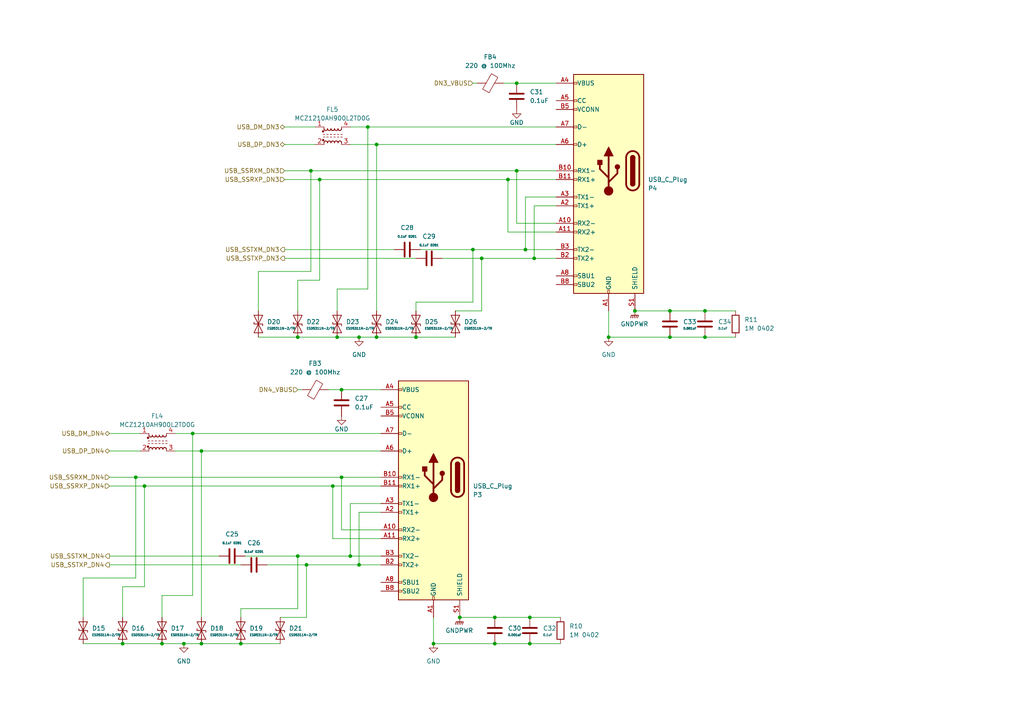
<source format=kicad_sch>
(kicad_sch (version 20250114) (generator "eeschema") (generator_version "9.0")
  (paper "A4")
  (lib_symbols
    (symbol "Connector:USB_C_Plug" (pin_names (offset 1.016))
      (property "Reference" "P" (at -10.16 29.21 0))
      (property "Value" "USB_C_Plug" (at 10.16 29.21 0))
      (symbol "USB_C_Plug_0_0"
        (rectangle (start -0.254 -35.56) (end 0.254 -34.544))
        (rectangle (start 10.16 25.654) (end 9.144 25.146))
        (rectangle (start 10.16 20.574) (end 9.144 20.066))
        (rectangle (start 10.16 18.034) (end 9.144 17.526))
        (rectangle (start 10.16 12.954) (end 9.144 12.446))
        (rectangle (start 10.16 7.874) (end 9.144 7.366))
        (rectangle (start 10.16 0.254) (end 9.144 -0.254))
        (rectangle (start 10.16 -2.286) (end 9.144 -2.794))
        (rectangle (start 10.16 -7.366) (end 9.144 -7.874))
        (rectangle (start 10.16 -9.906) (end 9.144 -10.414))
        (rectangle (start 10.16 -14.986) (end 9.144 -15.494))
        (rectangle (start 10.16 -17.526) (end 9.144 -18.034))
        (rectangle (start 10.16 -22.606) (end 9.144 -23.114))
        (rectangle (start 10.16 -25.146) (end 9.144 -25.654))
        (rectangle (start 10.16 -30.226) (end 9.144 -30.734))
        (rectangle (start 10.16 -32.766) (end 9.144 -33.274))
      )
      (symbol "USB_C_Plug_0_1"
        (rectangle (start -10.16 27.94) (end 10.16 -35.56) (stroke (width 0.254)) (fill (type background)))
        (polyline (pts (xy -8.89 -3.81) (xy -8.89 3.81)) (stroke (width 0.508)))
        (rectangle (start -7.62 -3.81) (end -6.35 3.81) (stroke (width 0.254)) (fill (type outline)))
        (arc (start -7.62 3.81) (mid -6.985 4.4423) (end -6.35 3.81) (stroke (width 0.254)))
        (arc (start -7.62 3.81) (mid -6.985 4.4423) (end -6.35 3.81) (stroke (width 0.254)) (fill (type outline)))
        (arc (start -8.89 3.81) (mid -6.985 5.7067) (end -5.08 3.81) (stroke (width 0.508)))
        (arc (start -5.08 -3.81) (mid -6.985 -5.7067) (end -8.89 -3.81) (stroke (width 0.508)))
        (arc (start -6.35 -3.81) (mid -6.985 -4.4423) (end -7.62 -3.81) (stroke (width 0.254)))
        (arc (start -6.35 -3.81) (mid -6.985 -4.4423) (end -7.62 -3.81) (stroke (width 0.254)) (fill (type outline)))
        (polyline (pts (xy -5.08 3.81) (xy -5.08 -3.81)) (stroke (width 0.508)))
      )
      (symbol "USB_C_Plug_1_1"
        (circle (center -2.54 1.143) (radius 0.635) (stroke (width 0.254)) (fill (type outline)))
        (polyline (pts (xy -1.27 4.318) (xy 0 6.858) (xy 1.27 4.318) (xy -1.27 4.318)) (stroke (width 0.254)) (fill (type outline)))
        (polyline (pts (xy 0 -2.032) (xy 2.54 0.508) (xy 2.54 1.778)) (stroke (width 0.508)))
        (polyline (pts (xy 0 -3.302) (xy -2.54 -0.762) (xy -2.54 0.508)) (stroke (width 0.508)))
        (polyline (pts (xy 0 -5.842) (xy 0 4.318)) (stroke (width 0.508)))
        (circle (center 0 -5.842) (radius 1.27) (fill (type outline)))
        (rectangle (start 1.905 1.778) (end 3.175 3.048) (stroke (width 0.254)) (fill (type outline)))
        (pin passive line (at -7.62 -40.64 90) (length 5.08) (name "SHIELD") (number "S1"))
        (pin passive line (at 0 -40.64 90) (length 5.08) (name "GND") (number "A1"))
        (pin passive line (at 0 -40.64 90) (length 5.08) (hide yes) (name "GND") (number "A12"))
        (pin passive line (at 0 -40.64 90) (length 5.08) (hide yes) (name "GND") (number "B1"))
        (pin passive line (at 0 -40.64 90) (length 5.08) (hide yes) (name "GND") (number "B12"))
        (pin passive line (at 15.24 25.4 180) (length 5.08) (name "VBUS") (number "A4"))
        (pin passive line (at 15.24 25.4 180) (length 5.08) (hide yes) (name "VBUS") (number "A9"))
        (pin passive line (at 15.24 25.4 180) (length 5.08) (hide yes) (name "VBUS") (number "B4"))
        (pin passive line (at 15.24 25.4 180) (length 5.08) (hide yes) (name "VBUS") (number "B9"))
        (pin bidirectional line (at 15.24 20.32 180) (length 5.08) (name "CC") (number "A5"))
        (pin bidirectional line (at 15.24 17.78 180) (length 5.08) (name "VCONN") (number "B5"))
        (pin bidirectional line (at 15.24 12.7 180) (length 5.08) (name "D-") (number "A7"))
        (pin bidirectional line (at 15.24 7.62 180) (length 5.08) (name "D+") (number "A6"))
        (pin bidirectional line (at 15.24 0 180) (length 5.08) (name "RX1-") (number "B10"))
        (pin bidirectional line (at 15.24 -2.54 180) (length 5.08) (name "RX1+") (number "B11"))
        (pin bidirectional line (at 15.24 -7.62 180) (length 5.08) (name "TX1-") (number "A3"))
        (pin bidirectional line (at 15.24 -10.16 180) (length 5.08) (name "TX1+") (number "A2"))
        (pin bidirectional line (at 15.24 -15.24 180) (length 5.08) (name "RX2-") (number "A10"))
        (pin bidirectional line (at 15.24 -17.78 180) (length 5.08) (name "RX2+") (number "A11"))
        (pin bidirectional line (at 15.24 -22.86 180) (length 5.08) (name "TX2-") (number "B3"))
        (pin bidirectional line (at 15.24 -25.4 180) (length 5.08) (name "TX2+") (number "B2"))
        (pin bidirectional line (at 15.24 -30.48 180) (length 5.08) (name "SBU1") (number "A8"))
        (pin bidirectional line (at 15.24 -33.02 180) (length 5.08) (name "SBU2") (number "B8"))
      )
    )
    (symbol "Device:C" (pin_numbers (hide yes)) (pin_names (offset 0.254))
      (property "Reference" "C" (at 0.635 2.54 0))
      (property "Value" "C" (at 0.635 -2.54 0))
      (symbol "C_0_1"
        (polyline (pts (xy -2.032 0.762) (xy 2.032 0.762)) (stroke (width 0.508)))
        (polyline (pts (xy -2.032 -0.762) (xy 2.032 -0.762)) (stroke (width 0.508)))
      )
      (symbol "C_1_1"
        (pin passive line (at 0 3.81 270) (length 2.794) (name "~") (number "1"))
        (pin passive line (at 0 -3.81 90) (length 2.794) (name "~") (number "2"))
      )
    )
    (symbol "Device:FerriteBead" (pin_numbers (hide yes)) (pin_names (offset 0))
      (property "Reference" "FB" (at -3.81 0.635 90))
      (property "Value" "FerriteBead" (at 3.81 0 90))
      (symbol "FerriteBead_0_1"
        (polyline (pts (xy -2.7686 0.4064) (xy -1.7018 2.2606) (xy 2.7686 -0.3048) (xy 1.6764 -2.159) (xy -2.7686 0.4064)))
        (polyline (pts (xy 0 1.27) (xy 0 1.2954)))
        (polyline (pts (xy 0 -1.27) (xy 0 -1.2192)))
      )
      (symbol "FerriteBead_1_1"
        (pin passive line (at 0 3.81 270) (length 2.54) (name "~") (number "1"))
        (pin passive line (at 0 -3.81 90) (length 2.54) (name "~") (number "2"))
      )
    )
    (symbol "Device:R" (pin_numbers (hide yes)) (pin_names (offset 0))
      (property "Reference" "R" (at 2.032 0 90))
      (property "Value" "R" (at 0 0 90))
      (symbol "R_0_1"
        (rectangle (start -1.016 -2.54) (end 1.016 2.54) (stroke (width 0.254)))
      )
      (symbol "R_1_1"
        (pin passive line (at 0 3.81 270) (length 1.27) (name "~") (number "1"))
        (pin passive line (at 0 -3.81 90) (length 1.27) (name "~") (number "2"))
      )
    )
    (symbol "Diode:ESD131-B1-W0201" (pin_numbers (hide yes)) (pin_names (offset 1.016) (hide yes))
      (property "Reference" "D" (at 0 2.54 0))
      (property "Value" "ESD131-B1-W0201" (at 0 -2.54 0))
      (symbol "ESD131-B1-W0201_0_1"
        (polyline (pts (xy -2.54 -1.27) (xy 0 0) (xy -2.54 1.27) (xy -2.54 -1.27)) (stroke (width 0.2032)))
        (polyline (pts (xy 0.508 1.27) (xy 0 1.27) (xy 0 -1.27) (xy -0.508 -1.27)) (stroke (width 0.2032)))
        (polyline (pts (xy 1.27 0) (xy -1.27 0)))
        (polyline (pts (xy 2.54 1.27) (xy 2.54 -1.27) (xy 0 0) (xy 2.54 1.27)) (stroke (width 0.2032)))
      )
      (symbol "ESD131-B1-W0201_1_1"
        (pin passive line (at -3.81 0 0) (length 2.54) (name "A1") (number "1"))
        (pin passive line (at 3.81 0 180) (length 2.54) (name "A2") (number "2"))
      )
    )
    (symbol "Filter:Choke_CommonMode_FerriteCore_1423" (pin_names (offset 0.254) (hide yes))
      (property "Reference" "FL" (at 0 4.445 0))
      (property "Value" "Choke_CommonMode_FerriteCore_1423" (at 0 -4.445 0))
      (symbol "Choke_CommonMode_FerriteCore_1423_0_1"
        (circle (center -2.794 1.27) (radius 0.254) (fill (type outline)))
        (polyline (pts (xy -2.794 0.381) (xy -2.286 0.381)))
        (polyline (pts (xy -2.794 -0.381) (xy -2.286 -0.381)))
        (circle (center -2.794 -1.27) (radius 0.254) (fill (type outline)))
        (polyline (pts (xy -2.54 2.032) (xy -2.54 2.54)))
        (polyline (pts (xy -2.54 -2.032) (xy -2.54 -2.54)))
        (arc (start -1.524 2.032) (mid -2.032 1.5262) (end -2.54 2.032) (stroke (width 0.254)))
        (arc (start -2.54 -2.032) (mid -2.032 -1.5262) (end -1.524 -2.032) (stroke (width 0.254)))
        (polyline (pts (xy -1.778 0.381) (xy -1.27 0.381)))
        (polyline (pts (xy -1.778 -0.381) (xy -1.27 -0.381)))
        (arc (start -0.508 2.032) (mid -1.016 1.5262) (end -1.524 2.032) (stroke (width 0.254)))
        (arc (start -1.524 -2.032) (mid -1.016 -1.5262) (end -0.508 -2.032) (stroke (width 0.254)))
        (polyline (pts (xy -0.762 0.381) (xy -0.254 0.381)))
        (polyline (pts (xy -0.762 -0.381) (xy -0.254 -0.381)))
        (arc (start 0.508 2.032) (mid 0 1.5262) (end -0.508 2.032) (stroke (width 0.254)))
        (arc (start -0.508 -2.032) (mid 0 -1.5262) (end 0.508 -2.032) (stroke (width 0.254)))
        (polyline (pts (xy 0.254 0.381) (xy 0.762 0.381)))
        (polyline (pts (xy 0.254 -0.381) (xy 0.762 -0.381)))
        (arc (start 1.524 2.032) (mid 1.016 1.5262) (end 0.508 2.032) (stroke (width 0.254)))
        (arc (start 0.508 -2.032) (mid 1.016 -1.5262) (end 1.524 -2.032) (stroke (width 0.254)))
        (polyline (pts (xy 1.27 0.381) (xy 1.778 0.381)))
        (polyline (pts (xy 1.27 -0.381) (xy 1.778 -0.381)))
        (arc (start 2.54 2.032) (mid 2.032 1.5262) (end 1.524 2.032) (stroke (width 0.254)))
        (arc (start 1.524 -2.032) (mid 2.032 -1.5262) (end 2.54 -2.032) (stroke (width 0.254)))
        (polyline (pts (xy 2.286 0.381) (xy 2.794 0.381)))
        (polyline (pts (xy 2.286 -0.381) (xy 2.794 -0.381)))
        (polyline (pts (xy 2.54 2.54) (xy 2.54 2.032)))
        (polyline (pts (xy 2.54 -2.032) (xy 2.54 -2.54)))
      )
      (symbol "Choke_CommonMode_FerriteCore_1423_1_1"
        (pin passive line (at -5.08 2.54 0) (length 2.54) (name "1") (number "1"))
        (pin passive line (at -5.08 -2.54 0) (length 2.54) (name "2") (number "2"))
        (pin passive line (at 5.08 2.54 180) (length 2.54) (name "4") (number "4"))
        (pin passive line (at 5.08 -2.54 180) (length 2.54) (name "3") (number "3"))
      )
    )
    (symbol "power:GND" (power) (pin_numbers (hide yes)) (pin_names (offset 0) (hide yes))
      (property "Value" "GND" (at 0 -3.81 0))
      (symbol "GND_0_1"
        (polyline (pts (xy 0 0) (xy 0 -1.27) (xy 1.27 -1.27) (xy 0 -2.54) (xy -1.27 -1.27) (xy 0 -1.27)))
      )
      (symbol "GND_1_1"
        (pin power_in line (at 0 0 270) (length 0) (name "~") (number "1"))
      )
    )
    (symbol "power:GNDPWR" (power) (pin_numbers (hide yes)) (pin_names (offset 0) (hide yes))
      (property "Value" "GNDPWR" (at 0 -3.302 0))
      (symbol "GNDPWR_0_1"
        (polyline (pts (xy -1.016 -1.27) (xy -1.27 -2.032) (xy -1.27 -2.032)) (stroke (width 0.2032)))
        (polyline (pts (xy -0.508 -1.27) (xy -0.762 -2.032) (xy -0.762 -2.032)) (stroke (width 0.2032)))
        (polyline (pts (xy 0 -1.27) (xy 0 0)))
        (polyline (pts (xy 0 -1.27) (xy -0.254 -2.032) (xy -0.254 -2.032)) (stroke (width 0.2032)))
        (polyline (pts (xy 0.508 -1.27) (xy 0.254 -2.032) (xy 0.254 -2.032)) (stroke (width 0.2032)))
        (polyline (pts (xy 1.016 -1.27) (xy -1.016 -1.27) (xy -1.016 -1.27)) (stroke (width 0.2032)))
        (polyline (pts (xy 1.016 -1.27) (xy 0.762 -2.032) (xy 0.762 -2.032) (xy 0.762 -2.032)) (stroke (width 0.2032)))
      )
      (symbol "GNDPWR_1_1"
        (pin power_in line (at 0 0 270) (length 0) (name "~") (number "1"))
      )
    )
  )
  (junction (at 58.42 186.69))
  (junction (at 194.31 90.17))
  (junction (at 109.22 41.91))
  (junction (at 39.37 138.43))
  (junction (at 147.32 52.07))
  (junction (at 109.22 97.79))
  (junction (at 139.7 74.93))
  (junction (at 106.68 36.83))
  (junction (at 35.56 186.69))
  (junction (at 55.88 125.73))
  (junction (at 99.06 138.43))
  (junction (at 143.51 186.69))
  (junction (at 153.67 179.07))
  (junction (at 88.9 163.83))
  (junction (at 90.17 49.53))
  (junction (at 133.35 179.07))
  (junction (at 149.86 49.53))
  (junction (at 46.99 186.69))
  (junction (at 96.52 140.97))
  (junction (at 153.67 186.69))
  (junction (at 86.36 161.29))
  (junction (at 194.31 97.79))
  (junction (at 176.53 97.79))
  (junction (at 69.85 186.69))
  (junction (at 125.73 186.69))
  (junction (at 149.86 24.13))
  (junction (at 97.79 97.79))
  (junction (at 99.06 113.03))
  (junction (at 53.34 186.69))
  (junction (at 86.36 97.79))
  (junction (at 152.4 72.39))
  (junction (at 143.51 179.07))
  (junction (at 41.91 140.97))
  (junction (at 101.6 161.29))
  (junction (at 204.47 97.79))
  (junction (at 104.14 163.83))
  (junction (at 204.47 90.17))
  (junction (at 120.65 97.79))
  (junction (at 137.16 72.39))
  (junction (at 184.15 90.17))
  (junction (at 92.71 52.07))
  (junction (at 154.94 74.93))
  (junction (at 104.14 97.79))
  (junction (at 58.42 130.81))
  (wire (pts (xy 213.36 97.79) (xy 204.47 97.79)))
  (wire (pts (xy 58.42 130.81) (xy 110.49 130.81)))
  (wire (pts (xy 101.6 41.91) (xy 109.22 41.91)))
  (wire (pts (xy 39.37 138.43) (xy 39.37 167.64)))
  (wire (pts (xy 74.93 97.79) (xy 86.36 97.79)))
  (wire (pts (xy 82.55 36.83) (xy 91.44 36.83)))
  (wire (pts (xy 149.86 49.53) (xy 161.29 49.53)))
  (wire (pts (xy 104.14 97.79) (xy 109.22 97.79)))
  (wire (pts (xy 82.55 72.39) (xy 114.3 72.39)))
  (wire (pts (xy 149.86 49.53) (xy 149.86 64.77)))
  (wire (pts (xy 86.36 113.03) (xy 87.63 113.03)))
  (wire (pts (xy 139.7 74.93) (xy 154.94 74.93)))
  (wire (pts (xy 128.27 74.93) (xy 139.7 74.93)))
  (wire (pts (xy 97.79 90.17) (xy 97.79 83.82)))
  (wire (pts (xy 146.05 24.13) (xy 149.86 24.13)))
  (wire (pts (xy 194.31 97.79) (xy 176.53 97.79)))
  (wire (pts (xy 88.9 163.83) (xy 104.14 163.83)))
  (wire (pts (xy 31.75 161.29) (xy 63.5 161.29)))
  (wire (pts (xy 143.51 186.69) (xy 125.73 186.69)))
  (wire (pts (xy 86.36 176.53) (xy 86.36 161.29)))
  (wire (pts (xy 31.75 163.83) (xy 69.85 163.83)))
  (wire (pts (xy 50.8 125.73) (xy 55.88 125.73)))
  (wire (pts (xy 121.92 72.39) (xy 137.16 72.39)))
  (wire (pts (xy 120.65 97.79) (xy 132.08 97.79)))
  (wire (pts (xy 88.9 179.07) (xy 81.28 179.07)))
  (wire (pts (xy 88.9 163.83) (xy 88.9 179.07)))
  (wire (pts (xy 194.31 90.17) (xy 204.47 90.17)))
  (wire (pts (xy 161.29 59.69) (xy 154.94 59.69)))
  (wire (pts (xy 50.8 130.81) (xy 58.42 130.81)))
  (wire (pts (xy 139.7 74.93) (xy 139.7 90.17)))
  (wire (pts (xy 147.32 52.07) (xy 161.29 52.07)))
  (wire (pts (xy 99.06 138.43) (xy 110.49 138.43)))
  (wire (pts (xy 90.17 49.53) (xy 149.86 49.53)))
  (wire (pts (xy 90.17 49.53) (xy 90.17 78.74)))
  (wire (pts (xy 55.88 125.73) (xy 55.88 172.72)))
  (wire (pts (xy 120.65 87.63) (xy 120.65 90.17)))
  (wire (pts (xy 109.22 97.79) (xy 120.65 97.79)))
  (wire (pts (xy 152.4 57.15) (xy 152.4 72.39)))
  (wire (pts (xy 99.06 113.03) (xy 110.49 113.03)))
  (wire (pts (xy 31.75 125.73) (xy 40.64 125.73)))
  (wire (pts (xy 204.47 97.79) (xy 194.31 97.79)))
  (wire (pts (xy 137.16 72.39) (xy 152.4 72.39)))
  (wire (pts (xy 143.51 179.07) (xy 153.67 179.07)))
  (wire (pts (xy 176.53 90.17) (xy 176.53 97.79)))
  (wire (pts (xy 41.91 140.97) (xy 41.91 170.18)))
  (wire (pts (xy 77.47 163.83) (xy 88.9 163.83)))
  (wire (pts (xy 71.12 161.29) (xy 86.36 161.29)))
  (wire (pts (xy 97.79 83.82) (xy 106.68 83.82)))
  (wire (pts (xy 204.47 90.17) (xy 213.36 90.17)))
  (wire (pts (xy 104.14 148.59) (xy 104.14 163.83)))
  (wire (pts (xy 153.67 179.07) (xy 162.56 179.07)))
  (wire (pts (xy 82.55 49.53) (xy 90.17 49.53)))
  (wire (pts (xy 152.4 72.39) (xy 161.29 72.39)))
  (wire (pts (xy 31.75 130.81) (xy 40.64 130.81)))
  (wire (pts (xy 162.56 186.69) (xy 153.67 186.69)))
  (wire (pts (xy 39.37 138.43) (xy 99.06 138.43)))
  (wire (pts (xy 35.56 170.18) (xy 41.91 170.18)))
  (wire (pts (xy 110.49 146.05) (xy 101.6 146.05)))
  (wire (pts (xy 96.52 140.97) (xy 96.52 156.21)))
  (wire (pts (xy 147.32 52.07) (xy 147.32 67.31)))
  (wire (pts (xy 86.36 81.28) (xy 86.36 90.17)))
  (wire (pts (xy 86.36 161.29) (xy 101.6 161.29)))
  (wire (pts (xy 137.16 24.13) (xy 138.43 24.13)))
  (wire (pts (xy 109.22 41.91) (xy 161.29 41.91)))
  (wire (pts (xy 58.42 130.81) (xy 58.42 179.07)))
  (wire (pts (xy 139.7 90.17) (xy 132.08 90.17)))
  (wire (pts (xy 69.85 176.53) (xy 69.85 179.07)))
  (wire (pts (xy 95.25 113.03) (xy 99.06 113.03)))
  (wire (pts (xy 35.56 170.18) (xy 35.56 179.07)))
  (wire (pts (xy 46.99 179.07) (xy 46.99 172.72)))
  (wire (pts (xy 46.99 172.72) (xy 55.88 172.72)))
  (wire (pts (xy 82.55 74.93) (xy 120.65 74.93)))
  (wire (pts (xy 86.36 176.53) (xy 69.85 176.53)))
  (wire (pts (xy 82.55 52.07) (xy 92.71 52.07)))
  (wire (pts (xy 109.22 41.91) (xy 109.22 90.17)))
  (wire (pts (xy 101.6 36.83) (xy 106.68 36.83)))
  (wire (pts (xy 184.15 90.17) (xy 194.31 90.17)))
  (wire (pts (xy 101.6 146.05) (xy 101.6 161.29)))
  (wire (pts (xy 161.29 67.31) (xy 147.32 67.31)))
  (wire (pts (xy 24.13 167.64) (xy 39.37 167.64)))
  (wire (pts (xy 97.79 97.79) (xy 104.14 97.79)))
  (wire (pts (xy 92.71 52.07) (xy 92.71 81.28)))
  (wire (pts (xy 92.71 52.07) (xy 147.32 52.07)))
  (wire (pts (xy 31.75 138.43) (xy 39.37 138.43)))
  (wire (pts (xy 82.55 41.91) (xy 91.44 41.91)))
  (wire (pts (xy 24.13 186.69) (xy 35.56 186.69)))
  (wire (pts (xy 149.86 24.13) (xy 161.29 24.13)))
  (wire (pts (xy 137.16 87.63) (xy 120.65 87.63)))
  (wire (pts (xy 154.94 59.69) (xy 154.94 74.93)))
  (wire (pts (xy 99.06 138.43) (xy 99.06 153.67)))
  (wire (pts (xy 133.35 179.07) (xy 143.51 179.07)))
  (wire (pts (xy 86.36 97.79) (xy 97.79 97.79)))
  (wire (pts (xy 125.73 179.07) (xy 125.73 186.69)))
  (wire (pts (xy 96.52 140.97) (xy 110.49 140.97)))
  (wire (pts (xy 46.99 186.69) (xy 53.34 186.69)))
  (wire (pts (xy 161.29 64.77) (xy 149.86 64.77)))
  (wire (pts (xy 74.93 78.74) (xy 74.93 90.17)))
  (wire (pts (xy 106.68 36.83) (xy 106.68 83.82)))
  (wire (pts (xy 35.56 186.69) (xy 46.99 186.69)))
  (wire (pts (xy 55.88 125.73) (xy 110.49 125.73)))
  (wire (pts (xy 53.34 186.69) (xy 58.42 186.69)))
  (wire (pts (xy 154.94 74.93) (xy 161.29 74.93)))
  (wire (pts (xy 104.14 163.83) (xy 110.49 163.83)))
  (wire (pts (xy 153.67 186.69) (xy 143.51 186.69)))
  (wire (pts (xy 69.85 186.69) (xy 81.28 186.69)))
  (wire (pts (xy 58.42 186.69) (xy 69.85 186.69)))
  (wire (pts (xy 24.13 167.64) (xy 24.13 179.07)))
  (wire (pts (xy 106.68 36.83) (xy 161.29 36.83)))
  (wire (pts (xy 110.49 148.59) (xy 104.14 148.59)))
  (wire (pts (xy 31.75 140.97) (xy 41.91 140.97)))
  (wire (pts (xy 137.16 87.63) (xy 137.16 72.39)))
  (wire (pts (xy 86.36 81.28) (xy 92.71 81.28)))
  (wire (pts (xy 41.91 140.97) (xy 96.52 140.97)))
  (wire (pts (xy 110.49 156.21) (xy 96.52 156.21)))
  (wire (pts (xy 161.29 57.15) (xy 152.4 57.15)))
  (wire (pts (xy 110.49 153.67) (xy 99.06 153.67)))
  (wire (pts (xy 101.6 161.29) (xy 110.49 161.29)))
  (wire (pts (xy 74.93 78.74) (xy 90.17 78.74)))
  (hierarchical_label "USB_SSTXM_DN4" (shape output) (at 31.75 161.29 180))
  (hierarchical_label "USB_DM_DN3" (shape bidirectional) (at 82.55 36.83 180))
  (hierarchical_label "USB_SSRXP_DN3" (shape input) (at 82.55 52.07 180))
  (hierarchical_label "DN3_VBUS" (shape input) (at 137.16 24.13 180))
  (hierarchical_label "DN4_VBUS" (shape input) (at 86.36 113.03 180))
  (hierarchical_label "USB_SSTXP_DN4" (shape output) (at 31.75 163.83 180))
  (hierarchical_label "USB_SSRXP_DN4" (shape input) (at 31.75 140.97 180))
  (hierarchical_label "USB_SSTXP_DN3" (shape output) (at 82.55 74.93 180))
  (hierarchical_label "USB_DP_DN4" (shape bidirectional) (at 31.75 130.81 180))
  (hierarchical_label "USB_SSRXM_DN3" (shape input) (at 82.55 49.53 180))
  (hierarchical_label "USB_SSRXM_DN4" (shape input) (at 31.75 138.43 180))
  (hierarchical_label "USB_DM_DN4" (shape bidirectional) (at 31.75 125.73 180))
  (hierarchical_label "USB_DP_DN3" (shape bidirectional) (at 82.55 41.91 180))
  (hierarchical_label "USB_SSTXM_DN3" (shape output) (at 82.55 72.39 180))
  (symbol (lib_id "Device:C") (at 124.46 74.93 90) (unit 1)
    (property "Reference" "C29" (at 124.46 68.58 90))
    (property "Value" "0.1uF 0201" (at 124.46 71.12 90) (effects (font (size 0.635 0.635))))
    (property "Description" "Unpolarized capacitor" (effects (hide yes)))
  )
  (symbol (lib_id "power:GND") (at 53.34 186.69 0) (unit 1)
    (property "Reference" "#PWR026" (effects (hide yes)))
    (property "Value" "GND" (at 53.34 191.77 0))
    (property "Description" "Power symbol creates a global label with name \"GND\" , ground" (effects (hide yes)))
  )
  (symbol (lib_id "power:GND") (at 149.86 31.75 0) (unit 1)
    (property "Reference" "#PWR039" (effects (hide yes)))
    (property "Value" "GND" (at 149.86 35.56 0))
    (property "Description" "Power symbol creates a global label with name \"GND\" , ground" (effects (hide yes)))
  )
  (symbol (lib_id "power:GND") (at 104.14 97.79 0) (unit 1)
    (property "Reference" "#PWR035" (effects (hide yes)))
    (property "Value" "GND" (at 104.14 102.87 0))
    (property "Description" "Power symbol creates a global label with name \"GND\" , ground" (effects (hide yes)))
  )
  (symbol (lib_id "power:GND") (at 176.53 97.79 0) (unit 1)
    (property "Reference" "#PWR040" (effects (hide yes)))
    (property "Value" "GND" (at 176.53 102.87 0))
    (property "Description" "Power symbol creates a global label with name \"GND\" , ground" (effects (hide yes)))
  )
  (symbol (lib_id "Diode:ESD131-B1-W0201") (at 58.42 182.88 270) (unit 1)
    (property "Reference" "D18" (at 60.96 182.2449 90) (effects (justify left)))
    (property "Value" "ESD5311N-2/TR" (at 60.96 184.15 90) (effects (font (size 0.635 0.635)) (justify left)))
    (property "Footprint" "Diode_SMD:Infineon_SG-WLL-2-3_0.58x0.28_P0.36mm" (effects (hide yes)))
    (property "Datasheet" "https://www.infineon.com/dgdl/Infineon-ESD131-B1-W0201-DataSheet-v02_00-EN.pdf?fileId=5546d4625cc9456a015ce94850964889" (effects (hide yes)))
    (property "Description" "Bidirectional ESD protection diode, ±5.5Vrwm, 0.23pF, SG-WLL-2-3" (effects (hide yes)))
  )
  (symbol (lib_id "Diode:ESD131-B1-W0201") (at 35.56 182.88 270) (unit 1)
    (property "Reference" "D16" (at 38.1 182.2449 90) (effects (justify left)))
    (property "Value" "ESD5311N-2/TR" (at 38.1 184.15 90) (effects (font (size 0.635 0.635)) (justify left)))
    (property "Footprint" "Diode_SMD:Infineon_SG-WLL-2-3_0.58x0.28_P0.36mm" (effects (hide yes)))
    (property "Datasheet" "https://www.infineon.com/dgdl/Infineon-ESD131-B1-W0201-DataSheet-v02_00-EN.pdf?fileId=5546d4625cc9456a015ce94850964889" (effects (hide yes)))
    (property "Description" "Bidirectional ESD protection diode, ±5.5Vrwm, 0.23pF, SG-WLL-2-3" (effects (hide yes)))
  )
  (symbol (lib_id "power:GND") (at 125.73 186.69 0) (unit 1)
    (property "Reference" "#PWR037" (effects (hide yes)))
    (property "Value" "GND" (at 125.73 191.77 0))
    (property "Description" "Power symbol creates a global label with name \"GND\" , ground" (effects (hide yes)))
  )
  (symbol (lib_id "Diode:ESD131-B1-W0201") (at 46.99 182.88 270) (unit 1)
    (property "Reference" "D17" (at 49.53 182.2449 90) (effects (justify left)))
    (property "Value" "ESD5311N-2/TR" (at 49.53 184.15 90) (effects (font (size 0.635 0.635)) (justify left)))
    (property "Footprint" "Diode_SMD:Infineon_SG-WLL-2-3_0.58x0.28_P0.36mm" (effects (hide yes)))
    (property "Datasheet" "https://www.infineon.com/dgdl/Infineon-ESD131-B1-W0201-DataSheet-v02_00-EN.pdf?fileId=5546d4625cc9456a015ce94850964889" (effects (hide yes)))
    (property "Description" "Bidirectional ESD protection diode, ±5.5Vrwm, 0.23pF, SG-WLL-2-3" (effects (hide yes)))
  )
  (symbol (lib_id "Diode:ESD131-B1-W0201") (at 74.93 93.98 270) (unit 1)
    (property "Reference" "D20" (at 77.47 93.3449 90) (effects (justify left)))
    (property "Value" "ESD5311N-2/TR" (at 77.47 95.25 90) (effects (font (size 0.635 0.635)) (justify left)))
    (property "Footprint" "Diode_SMD:Infineon_SG-WLL-2-3_0.58x0.28_P0.36mm" (effects (hide yes)))
    (property "Datasheet" "https://www.infineon.com/dgdl/Infineon-ESD131-B1-W0201-DataSheet-v02_00-EN.pdf?fileId=5546d4625cc9456a015ce94850964889" (effects (hide yes)))
    (property "Description" "Bidirectional ESD protection diode, ±5.5Vrwm, 0.23pF, SG-WLL-2-3" (effects (hide yes)))
  )
  (symbol (lib_id "Device:C") (at 204.47 93.98 0) (unit 1)
    (property "Reference" "C34" (at 208.28 93.3449 0) (effects (justify left)))
    (property "Value" "0.1uF" (at 208.28 95.25 0) (effects (font (size 0.635 0.635)) (justify left)))
    (property "Description" "Unpolarized capacitor" (effects (hide yes)))
  )
  (symbol (lib_id "Device:C") (at 118.11 72.39 270) (unit 1)
    (property "Reference" "C28" (at 118.11 66.04 90))
    (property "Value" "0.1uF 0201" (at 118.11 68.58 90) (effects (font (size 0.635 0.635))))
    (property "Description" "Unpolarized capacitor" (effects (hide yes)))
  )
  (symbol (lib_id "Device:R") (at 162.56 182.88 0) (unit 1)
    (property "Reference" "R10" (at 165.1 181.6099 0) (effects (justify left)))
    (property "Value" "1M 0402" (at 165.1 184.1499 0) (effects (justify left)))
    (property "Description" "Resistor" (effects (hide yes)))
  )
  (symbol (lib_id "Device:C") (at 149.86 27.94 0) (unit 1)
    (property "Reference" "C31" (at 153.67 26.6699 0) (effects (justify left)))
    (property "Value" "0.1uF" (at 153.67 29.2099 0) (effects (justify left)))
    (property "Description" "Unpolarized capacitor" (effects (hide yes)))
  )
  (symbol (lib_id "Diode:ESD131-B1-W0201") (at 24.13 182.88 270) (unit 1)
    (property "Reference" "D15" (at 26.67 182.2449 90) (effects (justify left)))
    (property "Value" "ESD5311N-2/TR" (at 26.67 184.15 90) (effects (font (size 0.635 0.635)) (justify left)))
    (property "Footprint" "Diode_SMD:Infineon_SG-WLL-2-3_0.58x0.28_P0.36mm" (effects (hide yes)))
    (property "Datasheet" "https://www.infineon.com/dgdl/Infineon-ESD131-B1-W0201-DataSheet-v02_00-EN.pdf?fileId=5546d4625cc9456a015ce94850964889" (effects (hide yes)))
    (property "Description" "Bidirectional ESD protection diode, ±5.5Vrwm, 0.23pF, SG-WLL-2-3" (effects (hide yes)))
  )
  (symbol (lib_id "Device:C") (at 99.06 116.84 0) (unit 1)
    (property "Reference" "C27" (at 102.87 115.5699 0) (effects (justify left)))
    (property "Value" "0.1uF" (at 102.87 118.1099 0) (effects (justify left)))
    (property "Description" "Unpolarized capacitor" (effects (hide yes)))
  )
  (symbol (lib_id "power:GNDPWR") (at 184.15 90.17 0) (unit 1)
    (property "Reference" "#PWR041" (effects (hide yes)))
    (property "Value" "GNDPWR" (at 184.023 93.98 0))
    (property "Description" "Power symbol creates a global label with name \"GNDPWR\" , global ground" (effects (hide yes)))
  )
  (symbol (lib_id "Device:C") (at 153.67 182.88 0) (unit 1)
    (property "Reference" "C32" (at 157.48 182.2449 0) (effects (justify left)))
    (property "Value" "0.1uF" (at 157.48 184.15 0) (effects (font (size 0.635 0.635)) (justify left)))
    (property "Description" "Unpolarized capacitor" (effects (hide yes)))
  )
  (symbol (lib_id "Diode:ESD131-B1-W0201") (at 86.36 93.98 270) (unit 1)
    (property "Reference" "D22" (at 88.9 93.3449 90) (effects (justify left)))
    (property "Value" "ESD5311N-2/TR" (at 88.9 95.25 90) (effects (font (size 0.635 0.635)) (justify left)))
    (property "Footprint" "Diode_SMD:Infineon_SG-WLL-2-3_0.58x0.28_P0.36mm" (effects (hide yes)))
    (property "Datasheet" "https://www.infineon.com/dgdl/Infineon-ESD131-B1-W0201-DataSheet-v02_00-EN.pdf?fileId=5546d4625cc9456a015ce94850964889" (effects (hide yes)))
    (property "Description" "Bidirectional ESD protection diode, ±5.5Vrwm, 0.23pF, SG-WLL-2-3" (effects (hide yes)))
  )
  (symbol (lib_id "Device:R") (at 213.36 93.98 0) (unit 1)
    (property "Reference" "R11" (at 215.9 92.7099 0) (effects (justify left)))
    (property "Value" "1M 0402" (at 215.9 95.2499 0) (effects (justify left)))
    (property "Description" "Resistor" (effects (hide yes)))
  )
  (symbol (lib_id "Diode:ESD131-B1-W0201") (at 120.65 93.98 270) (unit 1)
    (property "Reference" "D25" (at 123.19 93.3449 90) (effects (justify left)))
    (property "Value" "ESD5311N-2/TR" (at 123.19 95.25 90) (effects (font (size 0.635 0.635)) (justify left)))
    (property "Footprint" "Diode_SMD:Infineon_SG-WLL-2-3_0.58x0.28_P0.36mm" (effects (hide yes)))
    (property "Datasheet" "https://www.infineon.com/dgdl/Infineon-ESD131-B1-W0201-DataSheet-v02_00-EN.pdf?fileId=5546d4625cc9456a015ce94850964889" (effects (hide yes)))
    (property "Description" "Bidirectional ESD protection diode, ±5.5Vrwm, 0.23pF, SG-WLL-2-3" (effects (hide yes)))
  )
  (symbol (lib_id "Device:FerriteBead") (at 91.44 113.03 90) (unit 1)
    (property "Reference" "FB3" (at 91.3892 105.41 90))
    (property "Value" "220 @ 100Mhz" (at 91.3892 107.95 90))
    (property "Description" "Ferrite bead" (effects (hide yes)))
  )
  (symbol (lib_id "Device:FerriteBead") (at 142.24 24.13 90) (unit 1)
    (property "Reference" "FB4" (at 142.1892 16.51 90))
    (property "Value" "220 @ 100Mhz" (at 142.1892 19.05 90))
    (property "Description" "Ferrite bead" (effects (hide yes)))
  )
  (symbol (lib_id "Device:C") (at 143.51 182.88 0) (unit 1)
    (property "Reference" "C30" (at 147.32 182.2449 0) (effects (justify left)))
    (property "Value" "0.001uF" (at 147.32 184.15 0) (effects (font (size 0.635 0.635)) (justify left)))
    (property "Description" "Unpolarized capacitor" (effects (hide yes)))
  )
  (symbol (lib_id "Diode:ESD131-B1-W0201") (at 109.22 93.98 270) (unit 1)
    (property "Reference" "D24" (at 111.76 93.3449 90) (effects (justify left)))
    (property "Value" "ESD5311N-2/TR" (at 111.76 95.25 90) (effects (font (size 0.635 0.635)) (justify left)))
    (property "Footprint" "Diode_SMD:Infineon_SG-WLL-2-3_0.58x0.28_P0.36mm" (effects (hide yes)))
    (property "Datasheet" "https://www.infineon.com/dgdl/Infineon-ESD131-B1-W0201-DataSheet-v02_00-EN.pdf?fileId=5546d4625cc9456a015ce94850964889" (effects (hide yes)))
    (property "Description" "Bidirectional ESD protection diode, ±5.5Vrwm, 0.23pF, SG-WLL-2-3" (effects (hide yes)))
  )
  (symbol (lib_id "Diode:ESD131-B1-W0201") (at 69.85 182.88 270) (unit 1)
    (property "Reference" "D19" (at 72.39 182.2449 90) (effects (justify left)))
    (property "Value" "ESD5311N-2/TR" (at 72.39 184.15 90) (effects (font (size 0.635 0.635)) (justify left)))
    (property "Footprint" "Diode_SMD:Infineon_SG-WLL-2-3_0.58x0.28_P0.36mm" (effects (hide yes)))
    (property "Datasheet" "https://www.infineon.com/dgdl/Infineon-ESD131-B1-W0201-DataSheet-v02_00-EN.pdf?fileId=5546d4625cc9456a015ce94850964889" (effects (hide yes)))
    (property "Description" "Bidirectional ESD protection diode, ±5.5Vrwm, 0.23pF, SG-WLL-2-3" (effects (hide yes)))
  )
  (symbol (lib_id "Connector:USB_C_Plug") (at 125.73 138.43 0) (mirror y) (unit 1)
    (property "Reference" "P3" (at 137.16 143.5101 0) (effects (justify right)))
    (property "Value" "USB_C_Plug" (at 137.16 140.9701 0) (effects (justify right)))
    (property "Datasheet" "https://www.usb.org/sites/default/files/documents/usb_type-c.zip" (effects (hide yes)))
    (property "Description" "USB Type-C Plug connector" (effects (hide yes)))
  )
  (symbol (lib_id "Filter:Choke_CommonMode_FerriteCore_1423") (at 45.72 128.27 0) (unit 1)
    (property "Reference" "FL4" (at 45.593 120.65 0))
    (property "Value" "MCZ1210AH900L2TD0G" (at 45.593 123.19 0))
    (property "Description" "Generic common-mode choke, ferrite core, 1423 pin order" (effects (hide yes)))
  )
  (symbol (lib_id "Diode:ESD131-B1-W0201") (at 97.79 93.98 270) (unit 1)
    (property "Reference" "D23" (at 100.33 93.3449 90) (effects (justify left)))
    (property "Value" "ESD5311N-2/TR" (at 100.33 95.25 90) (effects (font (size 0.635 0.635)) (justify left)))
    (property "Footprint" "Diode_SMD:Infineon_SG-WLL-2-3_0.58x0.28_P0.36mm" (effects (hide yes)))
    (property "Datasheet" "https://www.infineon.com/dgdl/Infineon-ESD131-B1-W0201-DataSheet-v02_00-EN.pdf?fileId=5546d4625cc9456a015ce94850964889" (effects (hide yes)))
    (property "Description" "Bidirectional ESD protection diode, ±5.5Vrwm, 0.23pF, SG-WLL-2-3" (effects (hide yes)))
  )
  (symbol (lib_id "power:GND") (at 99.06 120.65 0) (unit 1)
    (property "Reference" "#PWR027" (effects (hide yes)))
    (property "Value" "GND" (at 99.06 124.46 0))
    (property "Description" "Power symbol creates a global label with name \"GND\" , ground" (effects (hide yes)))
  )
  (symbol (lib_id "Device:C") (at 67.31 161.29 270) (unit 1)
    (property "Reference" "C25" (at 67.31 154.94 90))
    (property "Value" "0.1uF 0201" (at 67.31 157.48 90) (effects (font (size 0.635 0.635))))
    (property "Description" "Unpolarized capacitor" (effects (hide yes)))
  )
  (symbol (lib_id "Diode:ESD131-B1-W0201") (at 81.28 182.88 270) (unit 1)
    (property "Reference" "D21" (at 83.82 182.2449 90) (effects (justify left)))
    (property "Value" "ESD5311N-2/TR" (at 83.82 184.15 90) (effects (font (size 0.635 0.635)) (justify left)))
    (property "Footprint" "Diode_SMD:Infineon_SG-WLL-2-3_0.58x0.28_P0.36mm" (effects (hide yes)))
    (property "Datasheet" "https://www.infineon.com/dgdl/Infineon-ESD131-B1-W0201-DataSheet-v02_00-EN.pdf?fileId=5546d4625cc9456a015ce94850964889" (effects (hide yes)))
    (property "Description" "Bidirectional ESD protection diode, ±5.5Vrwm, 0.23pF, SG-WLL-2-3" (effects (hide yes)))
  )
  (symbol (lib_id "Device:C") (at 73.66 163.83 90) (unit 1)
    (property "Reference" "C26" (at 73.66 157.48 90))
    (property "Value" "0.1uF 0201" (at 73.66 160.02 90) (effects (font (size 0.635 0.635))))
    (property "Description" "Unpolarized capacitor" (effects (hide yes)))
  )
  (symbol (lib_id "power:GNDPWR") (at 133.35 179.07 0) (unit 1)
    (property "Reference" "#PWR038" (effects (hide yes)))
    (property "Value" "GNDPWR" (at 133.223 182.88 0))
    (property "Description" "Power symbol creates a global label with name \"GNDPWR\" , global ground" (effects (hide yes)))
  )
  (symbol (lib_id "Filter:Choke_CommonMode_FerriteCore_1423") (at 96.52 39.37 0) (unit 1)
    (property "Reference" "FL5" (at 96.393 31.75 0))
    (property "Value" "MCZ1210AH900L2TD0G" (at 96.393 34.29 0))
    (property "Description" "Generic common-mode choke, ferrite core, 1423 pin order" (effects (hide yes)))
  )
  (symbol (lib_id "Device:C") (at 194.31 93.98 0) (unit 1)
    (property "Reference" "C33" (at 198.12 93.3449 0) (effects (justify left)))
    (property "Value" "0.001uF" (at 198.12 95.25 0) (effects (font (size 0.635 0.635)) (justify left)))
    (property "Description" "Unpolarized capacitor" (effects (hide yes)))
  )
  (symbol (lib_id "Diode:ESD131-B1-W0201") (at 132.08 93.98 270) (unit 1)
    (property "Reference" "D26" (at 134.62 93.3449 90) (effects (justify left)))
    (property "Value" "ESD5311N-2/TR" (at 134.62 95.25 90) (effects (font (size 0.635 0.635)) (justify left)))
    (property "Footprint" "Diode_SMD:Infineon_SG-WLL-2-3_0.58x0.28_P0.36mm" (effects (hide yes)))
    (property "Datasheet" "https://www.infineon.com/dgdl/Infineon-ESD131-B1-W0201-DataSheet-v02_00-EN.pdf?fileId=5546d4625cc9456a015ce94850964889" (effects (hide yes)))
    (property "Description" "Bidirectional ESD protection diode, ±5.5Vrwm, 0.23pF, SG-WLL-2-3" (effects (hide yes)))
  )
  (symbol (lib_id "Connector:USB_C_Plug") (at 176.53 49.53 0) (mirror y) (unit 1)
    (property "Reference" "P4" (at 187.96 54.6101 0) (effects (justify right)))
    (property "Value" "USB_C_Plug" (at 187.96 52.0701 0) (effects (justify right)))
    (property "Datasheet" "https://www.usb.org/sites/default/files/documents/usb_type-c.zip" (effects (hide yes)))
    (property "Description" "USB Type-C Plug connector" (effects (hide yes)))
  )
)
</source>
